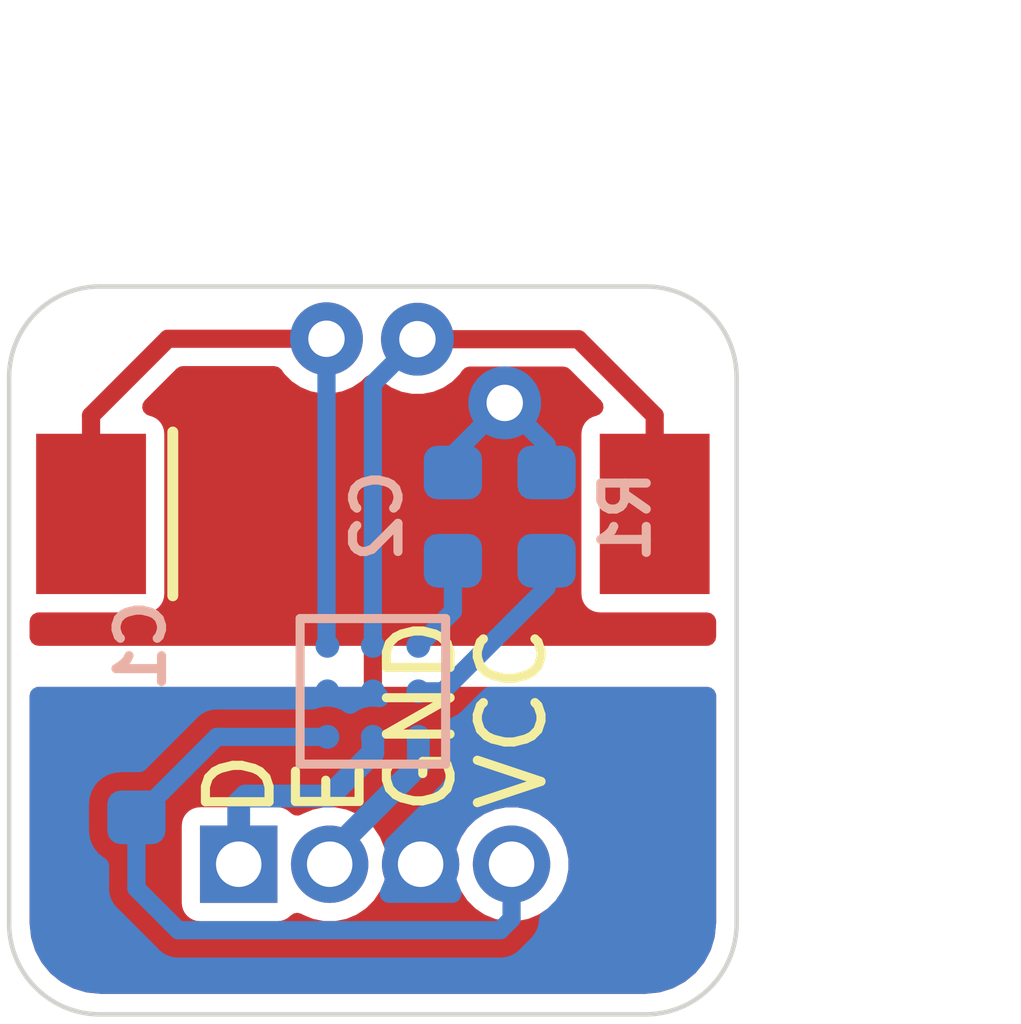
<source format=kicad_pcb>
(kicad_pcb (version 20171130) (host pcbnew "(5.1.5)-3")

  (general
    (thickness 1.6)
    (drawings 20)
    (tracks 39)
    (zones 0)
    (modules 6)
    (nets 9)
  )

  (page A4)
  (layers
    (0 F.Cu signal)
    (31 B.Cu signal)
    (32 B.Adhes user)
    (33 F.Adhes user)
    (34 B.Paste user)
    (35 F.Paste user)
    (36 B.SilkS user)
    (37 F.SilkS user)
    (38 B.Mask user)
    (39 F.Mask user)
    (40 Dwgs.User user)
    (41 Cmts.User user)
    (42 Eco1.User user)
    (43 Eco2.User user)
    (44 Edge.Cuts user)
    (45 Margin user)
    (46 B.CrtYd user)
    (47 F.CrtYd user)
    (48 B.Fab user hide)
    (49 F.Fab user hide)
  )

  (setup
    (last_trace_width 0.25)
    (user_trace_width 0.2)
    (trace_clearance 0.2)
    (zone_clearance 0.2)
    (zone_45_only no)
    (trace_min 0.2)
    (via_size 0.8)
    (via_drill 0.4)
    (via_min_size 0.4)
    (via_min_drill 0.3)
    (uvia_size 0.3)
    (uvia_drill 0.1)
    (uvias_allowed no)
    (uvia_min_size 0.2)
    (uvia_min_drill 0.1)
    (edge_width 0.05)
    (segment_width 0.1524)
    (pcb_text_width 0.3)
    (pcb_text_size 1.5 1.5)
    (mod_edge_width 0.12)
    (mod_text_size 1 1)
    (mod_text_width 0.15)
    (pad_size 1.524 1.524)
    (pad_drill 0.762)
    (pad_to_mask_clearance 0.051)
    (solder_mask_min_width 0.25)
    (aux_axis_origin 39.2 42.6)
    (visible_elements 7FFFFFFF)
    (pcbplotparams
      (layerselection 0x010fc_ffffffff)
      (usegerberextensions false)
      (usegerberattributes false)
      (usegerberadvancedattributes false)
      (creategerberjobfile false)
      (excludeedgelayer true)
      (linewidth 0.100000)
      (plotframeref false)
      (viasonmask false)
      (mode 1)
      (useauxorigin true)
      (hpglpennumber 1)
      (hpglpenspeed 20)
      (hpglpendiameter 15.000000)
      (psnegative false)
      (psa4output false)
      (plotreference true)
      (plotvalue true)
      (plotinvisibletext false)
      (padsonsilk false)
      (subtractmaskfromsilk false)
      (outputformat 1)
      (mirror false)
      (drillshape 0)
      (scaleselection 1)
      (outputdirectory "../Chiclet panel/"))
  )

  (net 0 "")
  (net 1 VCC)
  (net 2 GND)
  (net 3 "Net-(C2-Pad1)")
  (net 4 "Net-(D1-Pad1)")
  (net 5 "Net-(D1-Pad2)")
  (net 6 /D)
  (net 7 /E)
  (net 8 "Net-(R1-Pad1)")

  (net_class Default "This is the default net class."
    (clearance 0.2)
    (trace_width 0.25)
    (via_dia 0.8)
    (via_drill 0.4)
    (uvia_dia 0.3)
    (uvia_drill 0.1)
    (add_net /D)
    (add_net /E)
    (add_net GND)
    (add_net "Net-(C2-Pad1)")
    (add_net "Net-(D1-Pad1)")
    (add_net "Net-(D1-Pad2)")
    (add_net "Net-(R1-Pad1)")
    (add_net VCC)
  )

  (module VPW34S:VBPW34S (layer F.Cu) (tedit 6089C64C) (tstamp 6089DE7C)
    (at 43.2 45.1)
    (path /608A7CD3)
    (fp_text reference D1 (at 0 -0.1) (layer F.SilkS) hide
      (effects (font (size 1 1) (thickness 0.15)))
    )
    (fp_text value VBPW34S (at -0.1 3.5) (layer F.Fab)
      (effects (font (size 1 1) (thickness 0.15)))
    )
    (fp_line (start -2.1971 0.8509) (end -2.1971 -0.8509) (layer F.Fab) (width 0.1524))
    (fp_line (start -2.1971 -0.8509) (end -3.3528 -0.8509) (layer F.Fab) (width 0.1524))
    (fp_line (start -3.3528 -0.8509) (end -3.3528 0.8509) (layer F.Fab) (width 0.1524))
    (fp_line (start -3.3528 0.8509) (end -2.1971 0.8509) (layer F.Fab) (width 0.1524))
    (fp_line (start 2.1971 -0.8509) (end 2.1971 0.8509) (layer F.Fab) (width 0.1524))
    (fp_line (start 2.1971 0.8509) (end 3.3528 0.8509) (layer F.Fab) (width 0.1524))
    (fp_line (start 3.3528 0.8509) (end 3.3528 -0.8509) (layer F.Fab) (width 0.1524))
    (fp_line (start 3.3528 -0.8509) (end 2.1971 -0.8509) (layer F.Fab) (width 0.1524))
    (fp_line (start -2.1971 -1.09855) (end -1.09855 -2.1971) (layer F.Fab) (width 0.1524))
    (fp_line (start -2.1971 1.09855) (end -1.09855 2.1971) (layer F.Fab) (width 0.1524))
    (fp_line (start -2.1971 2.1971) (end 2.1971 2.1971) (layer F.Fab) (width 0.1524))
    (fp_line (start 2.1971 2.1971) (end 2.1971 -2.1971) (layer F.Fab) (width 0.1524))
    (fp_line (start 2.1971 -2.1971) (end -2.1971 -2.1971) (layer F.Fab) (width 0.1524))
    (fp_line (start -2.1971 -2.1971) (end -2.1971 2.1971) (layer F.Fab) (width 0.1524))
    (fp_line (start -3.956799 1.1349) (end -3.956799 -1.1349) (layer F.CrtYd) (width 0.1524))
    (fp_line (start -3.956799 -1.1349) (end -2.4511 -1.1349) (layer F.CrtYd) (width 0.1524))
    (fp_line (start -2.4511 -1.1349) (end -2.4511 -2.4511) (layer F.CrtYd) (width 0.1524))
    (fp_line (start -2.4511 -2.4511) (end 2.4511 -2.4511) (layer F.CrtYd) (width 0.1524))
    (fp_line (start 2.4511 -2.4511) (end 2.4511 -1.1349) (layer F.CrtYd) (width 0.1524))
    (fp_line (start 2.4511 -1.1349) (end 3.956799 -1.1349) (layer F.CrtYd) (width 0.1524))
    (fp_line (start 3.956799 -1.1349) (end 3.956799 1.1349) (layer F.CrtYd) (width 0.1524))
    (fp_line (start 3.956799 1.1349) (end 2.4511 1.1349) (layer F.CrtYd) (width 0.1524))
    (fp_line (start 2.4511 1.1349) (end 2.4511 2.4511) (layer F.CrtYd) (width 0.1524))
    (fp_line (start 2.4511 2.4511) (end -2.4511 2.4511) (layer F.CrtYd) (width 0.1524))
    (fp_line (start -2.4511 2.4511) (end -2.4511 1.1349) (layer F.CrtYd) (width 0.1524))
    (fp_line (start -2.4511 1.1349) (end -3.956799 1.1349) (layer F.CrtYd) (width 0.1524))
    (fp_line (start -2.2 -0.9) (end -2.2 0.9) (layer F.SilkS) (width 0.12))
    (pad 1 smd rect (at -3.0988 0) (size 1.207999 1.7618) (layers F.Cu F.Paste F.Mask)
      (net 4 "Net-(D1-Pad1)"))
    (pad 2 smd rect (at 3.0988 0) (size 1.207999 1.7618) (layers F.Cu F.Paste F.Mask)
      (net 5 "Net-(D1-Pad2)"))
    (model "D:/temp workspace/HTC_Vive_Sensors-master/ul_VBPW34S/STEP/VBPW34S.step"
      (at (xyz 0 0 0))
      (scale (xyz 1 1 1))
      (rotate (xyz 0 0 0))
    )
  )

  (module Connector_PinHeader_1.00mm:PinHeader_1x04_P1.00mm_Vertical (layer F.Cu) (tedit 6089C598) (tstamp 608A04D6)
    (at 41.725 48.95 90)
    (descr "Through hole straight pin header, 1x04, 1.00mm pitch, single row")
    (tags "Through hole pin header THT 1x04 1.00mm single row")
    (path /608AD7A7)
    (fp_text reference J1 (at 1.25 -0.125) (layer F.SilkS) hide
      (effects (font (size 1 1) (thickness 0.15)))
    )
    (fp_text value Conn_01x04 (at 0 4.56 90) (layer F.Fab)
      (effects (font (size 1 1) (thickness 0.15)))
    )
    (fp_line (start -0.3175 -0.5) (end 0.635 -0.5) (layer F.Fab) (width 0.1))
    (fp_line (start 0.635 -0.5) (end 0.635 3.5) (layer F.Fab) (width 0.1))
    (fp_line (start 0.635 3.5) (end -0.635 3.5) (layer F.Fab) (width 0.1))
    (fp_line (start -0.635 3.5) (end -0.635 -0.1825) (layer F.Fab) (width 0.1))
    (fp_line (start -0.635 -0.1825) (end -0.3175 -0.5) (layer F.Fab) (width 0.1))
    (fp_line (start -1.15 -1) (end -1.15 4) (layer F.CrtYd) (width 0.05))
    (fp_line (start -1.15 4) (end 1.15 4) (layer F.CrtYd) (width 0.05))
    (fp_line (start 1.15 4) (end 1.15 -1) (layer F.CrtYd) (width 0.05))
    (fp_line (start 1.15 -1) (end -1.15 -1) (layer F.CrtYd) (width 0.05))
    (fp_text user %R (at 0 1.5 180) (layer F.Fab)
      (effects (font (size 0.76 0.76) (thickness 0.114)))
    )
    (pad 1 thru_hole rect (at 0 0 90) (size 0.85 0.85) (drill 0.5) (layers *.Cu *.Mask)
      (net 6 /D))
    (pad 2 thru_hole oval (at 0 1 90) (size 0.85 0.85) (drill 0.5) (layers *.Cu *.Mask)
      (net 7 /E))
    (pad 3 thru_hole oval (at 0 2 90) (size 0.85 0.85) (drill 0.5) (layers *.Cu *.Mask)
      (net 2 GND))
    (pad 4 thru_hole oval (at 0 3 90) (size 0.85 0.85) (drill 0.5) (layers *.Cu *.Mask)
      (net 1 VCC))
  )

  (module Capacitor_SMD:C_0402_1005Metric (layer B.Cu) (tedit 5B301BBE) (tstamp 608A0731)
    (at 40.6 47.95 270)
    (descr "Capacitor SMD 0402 (1005 Metric), square (rectangular) end terminal, IPC_7351 nominal, (Body size source: http://www.tortai-tech.com/upload/download/2011102023233369053.pdf), generated with kicad-footprint-generator")
    (tags capacitor)
    (path /608A6F98)
    (attr smd)
    (fp_text reference C1 (at -1.4 -0.05 90) (layer B.SilkS)
      (effects (font (size 0.5 0.5) (thickness 0.1)) (justify mirror))
    )
    (fp_text value 0.1uF (at 0 -1.17 90) (layer B.Fab)
      (effects (font (size 1 1) (thickness 0.15)) (justify mirror))
    )
    (fp_text user %R (at 0 0 90) (layer B.Fab)
      (effects (font (size 0.25 0.25) (thickness 0.04)) (justify mirror))
    )
    (fp_line (start 0.93 -0.47) (end -0.93 -0.47) (layer B.CrtYd) (width 0.05))
    (fp_line (start 0.93 0.47) (end 0.93 -0.47) (layer B.CrtYd) (width 0.05))
    (fp_line (start -0.93 0.47) (end 0.93 0.47) (layer B.CrtYd) (width 0.05))
    (fp_line (start -0.93 -0.47) (end -0.93 0.47) (layer B.CrtYd) (width 0.05))
    (fp_line (start 0.5 -0.25) (end -0.5 -0.25) (layer B.Fab) (width 0.1))
    (fp_line (start 0.5 0.25) (end 0.5 -0.25) (layer B.Fab) (width 0.1))
    (fp_line (start -0.5 0.25) (end 0.5 0.25) (layer B.Fab) (width 0.1))
    (fp_line (start -0.5 -0.25) (end -0.5 0.25) (layer B.Fab) (width 0.1))
    (pad 2 smd roundrect (at 0.485 0 270) (size 0.59 0.64) (layers B.Cu B.Paste B.Mask) (roundrect_rratio 0.25)
      (net 1 VCC))
    (pad 1 smd roundrect (at -0.485 0 270) (size 0.59 0.64) (layers B.Cu B.Paste B.Mask) (roundrect_rratio 0.25)
      (net 2 GND))
    (model ${KISYS3DMOD}/Capacitor_SMD.3dshapes/C_0402_1005Metric.wrl
      (at (xyz 0 0 0))
      (scale (xyz 1 1 1))
      (rotate (xyz 0 0 0))
    )
  )

  (module Capacitor_SMD:C_0402_1005Metric (layer B.Cu) (tedit 5B301BBE) (tstamp 6089D566)
    (at 44.08 45.13 90)
    (descr "Capacitor SMD 0402 (1005 Metric), square (rectangular) end terminal, IPC_7351 nominal, (Body size source: http://www.tortai-tech.com/upload/download/2011102023233369053.pdf), generated with kicad-footprint-generator")
    (tags capacitor)
    (path /608A229F)
    (attr smd)
    (fp_text reference C2 (at 0.01 -0.83 90) (layer B.SilkS)
      (effects (font (size 0.5 0.5) (thickness 0.1)) (justify mirror))
    )
    (fp_text value 1uF (at 0 -1.17 90) (layer B.Fab)
      (effects (font (size 1 1) (thickness 0.15)) (justify mirror))
    )
    (fp_line (start -0.5 -0.25) (end -0.5 0.25) (layer B.Fab) (width 0.1))
    (fp_line (start -0.5 0.25) (end 0.5 0.25) (layer B.Fab) (width 0.1))
    (fp_line (start 0.5 0.25) (end 0.5 -0.25) (layer B.Fab) (width 0.1))
    (fp_line (start 0.5 -0.25) (end -0.5 -0.25) (layer B.Fab) (width 0.1))
    (fp_line (start -0.93 -0.47) (end -0.93 0.47) (layer B.CrtYd) (width 0.05))
    (fp_line (start -0.93 0.47) (end 0.93 0.47) (layer B.CrtYd) (width 0.05))
    (fp_line (start 0.93 0.47) (end 0.93 -0.47) (layer B.CrtYd) (width 0.05))
    (fp_line (start 0.93 -0.47) (end -0.93 -0.47) (layer B.CrtYd) (width 0.05))
    (fp_text user %R (at 0 0 90) (layer B.Fab)
      (effects (font (size 0.25 0.25) (thickness 0.04)) (justify mirror))
    )
    (pad 1 smd roundrect (at -0.485 0 90) (size 0.59 0.64) (layers B.Cu B.Paste B.Mask) (roundrect_rratio 0.25)
      (net 3 "Net-(C2-Pad1)"))
    (pad 2 smd roundrect (at 0.485 0 90) (size 0.59 0.64) (layers B.Cu B.Paste B.Mask) (roundrect_rratio 0.25)
      (net 2 GND))
    (model ${KISYS3DMOD}/Capacitor_SMD.3dshapes/C_0402_1005Metric.wrl
      (at (xyz 0 0 0))
      (scale (xyz 1 1 1))
      (rotate (xyz 0 0 0))
    )
  )

  (module Resistor_SMD:R_0402_1005Metric (layer B.Cu) (tedit 5B301BBD) (tstamp 608A0816)
    (at 45.11 45.13 90)
    (descr "Resistor SMD 0402 (1005 Metric), square (rectangular) end terminal, IPC_7351 nominal, (Body size source: http://www.tortai-tech.com/upload/download/2011102023233369053.pdf), generated with kicad-footprint-generator")
    (tags resistor)
    (path /608AA6FB)
    (attr smd)
    (fp_text reference R1 (at 0 0.87 270) (layer B.SilkS)
      (effects (font (size 0.5 0.5) (thickness 0.1)) (justify mirror))
    )
    (fp_text value 15K (at 0 -1.17 90) (layer B.Fab)
      (effects (font (size 1 1) (thickness 0.15)) (justify mirror))
    )
    (fp_line (start -0.5 -0.25) (end -0.5 0.25) (layer B.Fab) (width 0.1))
    (fp_line (start -0.5 0.25) (end 0.5 0.25) (layer B.Fab) (width 0.1))
    (fp_line (start 0.5 0.25) (end 0.5 -0.25) (layer B.Fab) (width 0.1))
    (fp_line (start 0.5 -0.25) (end -0.5 -0.25) (layer B.Fab) (width 0.1))
    (fp_line (start -0.93 -0.47) (end -0.93 0.47) (layer B.CrtYd) (width 0.05))
    (fp_line (start -0.93 0.47) (end 0.93 0.47) (layer B.CrtYd) (width 0.05))
    (fp_line (start 0.93 0.47) (end 0.93 -0.47) (layer B.CrtYd) (width 0.05))
    (fp_line (start 0.93 -0.47) (end -0.93 -0.47) (layer B.CrtYd) (width 0.05))
    (fp_text user %R (at 0 0 90) (layer B.Fab)
      (effects (font (size 0.25 0.25) (thickness 0.04)) (justify mirror))
    )
    (pad 1 smd roundrect (at -0.485 0 90) (size 0.59 0.64) (layers B.Cu B.Paste B.Mask) (roundrect_rratio 0.25)
      (net 8 "Net-(R1-Pad1)"))
    (pad 2 smd roundrect (at 0.485 0 90) (size 0.59 0.64) (layers B.Cu B.Paste B.Mask) (roundrect_rratio 0.25)
      (net 2 GND))
    (model ${KISYS3DMOD}/Resistor_SMD.3dshapes/R_0402_1005Metric.wrl
      (at (xyz 0 0 0))
      (scale (xyz 1 1 1))
      (rotate (xyz 0 0 0))
    )
  )

  (module TS4231:TS4231 (layer B.Cu) (tedit 6089AD82) (tstamp 6089D5F0)
    (at 43.2 47.05 180)
    (path /6089FF8D)
    (fp_text reference SD1 (at 0.3 1.6) (layer B.SilkS) hide
      (effects (font (size 1 1) (thickness 0.15)) (justify mirror))
    )
    (fp_text value TS4231 (at 0.2 -1.8) (layer B.Fab)
      (effects (font (size 1 1) (thickness 0.15)) (justify mirror))
    )
    (fp_line (start -0.8 0.8) (end 0.8 0.8) (layer B.SilkS) (width 0.1))
    (fp_line (start 0.8 0.8) (end 0.8 -0.8) (layer B.SilkS) (width 0.1))
    (fp_line (start 0.8 -0.8) (end -0.8 -0.8) (layer B.SilkS) (width 0.1))
    (fp_line (start -0.8 -0.8) (end -0.8 0.8) (layer B.SilkS) (width 0.1))
    (pad B2 smd circle (at 0 0 180) (size 0.262 0.262) (layers B.Cu B.Paste B.Mask)
      (net 2 GND))
    (pad A2 smd circle (at 0 0.5 180) (size 0.262 0.262) (layers B.Cu B.Paste B.Mask)
      (net 5 "Net-(D1-Pad2)"))
    (pad A1 smd circle (at -0.5 0.5 180) (size 0.262 0.262) (layers B.Cu B.Paste B.Mask)
      (net 3 "Net-(C2-Pad1)"))
    (pad A3 smd circle (at 0.5 0.5 180) (size 0.262 0.262) (layers B.Cu B.Paste B.Mask)
      (net 4 "Net-(D1-Pad1)"))
    (pad B3 smd circle (at 0.5 0 180) (size 0.262 0.262) (layers B.Cu B.Paste B.Mask)
      (net 2 GND))
    (pad B1 smd circle (at -0.5 0 180) (size 0.262 0.262) (layers B.Cu B.Paste B.Mask)
      (net 8 "Net-(R1-Pad1)"))
    (pad C1 smd circle (at -0.5 -0.5 180) (size 0.262 0.262) (layers B.Cu B.Paste B.Mask)
      (net 7 /E))
    (pad C2 smd circle (at 0 -0.5 180) (size 0.262 0.262) (layers B.Cu B.Paste B.Mask)
      (net 6 /D))
    (pad C3 smd circle (at 0.5 -0.5 180) (size 0.262 0.262) (layers B.Cu B.Paste B.Mask)
      (net 1 VCC))
    (model "D:/temp workspace/HTC_Vive_Sensors-master/TS4231/TS4231.step"
      (offset (xyz -0.83 0.83 0))
      (scale (xyz 1 1 1))
      (rotate (xyz -90 0 0))
    )
  )

  (gr_text VCC (at 44.73 47.34 90) (layer F.SilkS)
    (effects (font (size 0.7 0.7) (thickness 0.1)))
  )
  (gr_text GND (at 43.73 47.32 90) (layer F.SilkS)
    (effects (font (size 0.7 0.7) (thickness 0.1)))
  )
  (gr_text E (at 42.73 48.11 90) (layer F.SilkS)
    (effects (font (size 0.7 0.7) (thickness 0.1)))
  )
  (gr_text D (at 41.74 48.08 90) (layer F.SilkS)
    (effects (font (size 0.7 0.7) (thickness 0.1)))
  )
  (gr_text "8.00 mm" (at 43.2 40.3) (layer Cmts.User)
    (effects (font (size 1 1) (thickness 0.15)))
  )
  (gr_line (start 47.2 41.05) (end 39.2 41.05) (layer Cmts.User) (width 0.1) (tstamp 608A1337))
  (gr_line (start 47.2 43.6) (end 47.2 41.05) (layer Cmts.User) (width 0.1))
  (gr_line (start 39.2 43.6) (end 39.2 41.05) (layer Cmts.User) (width 0.1))
  (gr_text "8.00 mm\n" (at 49.5 46.8 270) (layer Cmts.User)
    (effects (font (size 1 1) (thickness 0.15)))
  )
  (gr_line (start 48.75 50.6) (end 46.2 50.6) (layer Cmts.User) (width 0.1))
  (gr_line (start 48.75 42.6) (end 48.75 50.6) (layer Cmts.User) (width 0.1))
  (gr_line (start 46.2 42.6) (end 48.75 42.6) (layer Cmts.User) (width 0.1))
  (gr_arc (start 46.2 49.6) (end 46.2 50.6) (angle -90) (layer Edge.Cuts) (width 0.05))
  (gr_arc (start 40.2 49.6) (end 39.2 49.6) (angle -90) (layer Edge.Cuts) (width 0.05))
  (gr_arc (start 40.2 43.6) (end 40.2 42.6) (angle -90) (layer Edge.Cuts) (width 0.05))
  (gr_arc (start 46.2 43.6) (end 47.2 43.6) (angle -90) (layer Edge.Cuts) (width 0.05))
  (gr_line (start 46.2 50.6) (end 40.2 50.6) (layer Edge.Cuts) (width 0.05) (tstamp 608A0A00))
  (gr_line (start 47.2 43.6) (end 47.2 49.6) (layer Edge.Cuts) (width 0.05))
  (gr_line (start 40.2 42.6) (end 46.2 42.6) (layer Edge.Cuts) (width 0.05))
  (gr_line (start 39.2 43.6) (end 39.2 49.6) (layer Edge.Cuts) (width 0.05))

  (segment (start 44.601039 49.675001) (end 44.725 49.55104) (width 0.2) (layer B.Cu) (net 1))
  (segment (start 41.059999 49.675001) (end 44.601039 49.675001) (width 0.2) (layer B.Cu) (net 1))
  (segment (start 44.725 49.55104) (end 44.725 48.95) (width 0.2) (layer B.Cu) (net 1))
  (segment (start 40.6 49.215002) (end 41.059999 49.675001) (width 0.2) (layer B.Cu) (net 1))
  (segment (start 40.6 48.435) (end 40.6 49.215002) (width 0.2) (layer B.Cu) (net 1))
  (segment (start 41.485 47.55) (end 40.6 48.435) (width 0.2) (layer B.Cu) (net 1))
  (segment (start 42.7 47.55) (end 41.485 47.55) (width 0.2) (layer B.Cu) (net 1))
  (segment (start 43.2 47.15) (end 43.2 46.4) (width 0.2) (layer F.Cu) (net 2))
  (via (at 44.65 43.88) (size 0.8) (drill 0.4) (layers F.Cu B.Cu) (net 2))
  (segment (start 44.08 44.645) (end 44.08 44.45) (width 0.2) (layer B.Cu) (net 2))
  (segment (start 44.08 44.45) (end 44.65 43.88) (width 0.2) (layer B.Cu) (net 2))
  (segment (start 45.11 44.34) (end 44.65 43.88) (width 0.2) (layer B.Cu) (net 2))
  (segment (start 45.11 44.645) (end 45.11 44.34) (width 0.2) (layer B.Cu) (net 2))
  (segment (start 44.08 46.17) (end 43.7 46.55) (width 0.2) (layer B.Cu) (net 3))
  (segment (start 44.08 45.615) (end 44.08 46.17) (width 0.2) (layer B.Cu) (net 3))
  (via (at 42.690011 43.175) (size 0.8) (drill 0.4) (layers F.Cu B.Cu) (net 4))
  (segment (start 40.9453 43.175) (end 42.690011 43.175) (width 0.2) (layer F.Cu) (net 4))
  (segment (start 40.1012 45.1) (end 40.1012 44.0191) (width 0.2) (layer F.Cu) (net 4))
  (segment (start 40.1012 44.0191) (end 40.9453 43.175) (width 0.2) (layer F.Cu) (net 4))
  (segment (start 42.690011 46.540011) (end 42.7 46.55) (width 0.2) (layer B.Cu) (net 4))
  (segment (start 42.690011 43.175) (end 42.690011 46.540011) (width 0.2) (layer B.Cu) (net 4))
  (via (at 43.69 43.18) (size 0.8) (drill 0.4) (layers F.Cu B.Cu) (net 5))
  (segment (start 45.4597 43.18) (end 43.69 43.18) (width 0.2) (layer F.Cu) (net 5))
  (segment (start 46.2988 45.1) (end 46.2988 44.0191) (width 0.2) (layer F.Cu) (net 5))
  (segment (start 46.2988 44.0191) (end 45.4597 43.18) (width 0.2) (layer F.Cu) (net 5))
  (segment (start 43.2 43.67) (end 43.2 46.55) (width 0.2) (layer B.Cu) (net 5))
  (segment (start 43.69 43.18) (end 43.2 43.67) (width 0.2) (layer B.Cu) (net 5))
  (segment (start 41.725 48.275) (end 41.725 48.95) (width 0.25) (layer B.Cu) (net 6) (tstamp 608A2414))
  (segment (start 42.724883 48.199999) (end 41.800001 48.199999) (width 0.25) (layer B.Cu) (net 6))
  (segment (start 43.2 47.724882) (end 42.724883 48.199999) (width 0.25) (layer B.Cu) (net 6))
  (segment (start 41.800001 48.199999) (end 41.725 48.275) (width 0.25) (layer B.Cu) (net 6))
  (segment (start 43.2 47.55) (end 43.2 47.724882) (width 0.25) (layer B.Cu) (net 6))
  (segment (start 42.725 48.839998) (end 42.725 48.95) (width 0.25) (layer B.Cu) (net 7))
  (segment (start 43.7 47.55) (end 43.7 47.864998) (width 0.25) (layer B.Cu) (net 7))
  (segment (start 43.7 47.864998) (end 42.725 48.839998) (width 0.25) (layer B.Cu) (net 7))
  (segment (start 43.97 47.05) (end 43.885261 47.05) (width 0.2) (layer B.Cu) (net 8))
  (segment (start 43.885261 47.05) (end 43.7 47.05) (width 0.2) (layer B.Cu) (net 8))
  (segment (start 45.11 45.91) (end 43.97 47.05) (width 0.2) (layer B.Cu) (net 8))
  (segment (start 45.11 45.615) (end 45.11 45.91) (width 0.2) (layer B.Cu) (net 8))

  (zone (net 2) (net_name GND) (layer F.Cu) (tstamp 608A813A) (hatch edge 0.508)
    (connect_pads yes (clearance 0.2))
    (min_thickness 0.2)
    (fill yes (arc_segments 32) (thermal_gap 0.508) (thermal_bridge_width 0.508))
    (polygon
      (pts
        (xy 47.3 50.725) (xy 39.1 50.65) (xy 39.1 47) (xy 47.3 47)
      )
    )
    (filled_polygon
      (pts
        (xy 46.875001 49.584094) (xy 46.860616 49.730805) (xy 46.822627 49.856629) (xy 46.760924 49.972675) (xy 46.677853 50.074531)
        (xy 46.576586 50.158307) (xy 46.460973 50.220819) (xy 46.33541 50.259687) (xy 46.189716 50.275) (xy 40.215896 50.275)
        (xy 40.069195 50.260616) (xy 39.943371 50.222627) (xy 39.827325 50.160924) (xy 39.725469 50.077853) (xy 39.641693 49.976586)
        (xy 39.579181 49.860973) (xy 39.540313 49.73541) (xy 39.525 49.589716) (xy 39.525 48.525) (xy 40.998549 48.525)
        (xy 40.998549 49.375) (xy 41.004341 49.43381) (xy 41.021496 49.49036) (xy 41.049353 49.542477) (xy 41.086842 49.588158)
        (xy 41.132523 49.625647) (xy 41.18464 49.653504) (xy 41.24119 49.670659) (xy 41.3 49.676451) (xy 42.15 49.676451)
        (xy 42.20881 49.670659) (xy 42.26536 49.653504) (xy 42.317477 49.625647) (xy 42.363158 49.588158) (xy 42.367389 49.583002)
        (xy 42.381584 49.592487) (xy 42.513525 49.647139) (xy 42.653594 49.675) (xy 42.796406 49.675) (xy 42.936475 49.647139)
        (xy 43.068416 49.592487) (xy 43.187161 49.513144) (xy 43.288144 49.412161) (xy 43.367487 49.293416) (xy 43.422139 49.161475)
        (xy 43.45 49.021406) (xy 43.45 48.878594) (xy 44 48.878594) (xy 44 49.021406) (xy 44.027861 49.161475)
        (xy 44.082513 49.293416) (xy 44.161856 49.412161) (xy 44.262839 49.513144) (xy 44.381584 49.592487) (xy 44.513525 49.647139)
        (xy 44.653594 49.675) (xy 44.796406 49.675) (xy 44.936475 49.647139) (xy 45.068416 49.592487) (xy 45.187161 49.513144)
        (xy 45.288144 49.412161) (xy 45.367487 49.293416) (xy 45.422139 49.161475) (xy 45.45 49.021406) (xy 45.45 48.878594)
        (xy 45.422139 48.738525) (xy 45.367487 48.606584) (xy 45.288144 48.487839) (xy 45.187161 48.386856) (xy 45.068416 48.307513)
        (xy 44.936475 48.252861) (xy 44.796406 48.225) (xy 44.653594 48.225) (xy 44.513525 48.252861) (xy 44.381584 48.307513)
        (xy 44.262839 48.386856) (xy 44.161856 48.487839) (xy 44.082513 48.606584) (xy 44.027861 48.738525) (xy 44 48.878594)
        (xy 43.45 48.878594) (xy 43.422139 48.738525) (xy 43.367487 48.606584) (xy 43.288144 48.487839) (xy 43.187161 48.386856)
        (xy 43.068416 48.307513) (xy 42.936475 48.252861) (xy 42.796406 48.225) (xy 42.653594 48.225) (xy 42.513525 48.252861)
        (xy 42.381584 48.307513) (xy 42.367389 48.316998) (xy 42.363158 48.311842) (xy 42.317477 48.274353) (xy 42.26536 48.246496)
        (xy 42.20881 48.229341) (xy 42.15 48.223549) (xy 41.3 48.223549) (xy 41.24119 48.229341) (xy 41.18464 48.246496)
        (xy 41.132523 48.274353) (xy 41.086842 48.311842) (xy 41.049353 48.357523) (xy 41.021496 48.40964) (xy 41.004341 48.46619)
        (xy 40.998549 48.525) (xy 39.525 48.525) (xy 39.525 47.1) (xy 46.875001 47.1)
      )
    )
  )
  (zone (net 2) (net_name GND) (layer B.Cu) (tstamp 608A8137) (hatch edge 0.508)
    (connect_pads yes (clearance 0.2))
    (min_thickness 0.2)
    (fill yes (arc_segments 32) (thermal_gap 0.508) (thermal_bridge_width 0.508))
    (polygon
      (pts
        (xy 47.3 50.7) (xy 39.1 50.65) (xy 39.1 47) (xy 47.3 47)
      )
    )
    (filled_polygon
      (pts
        (xy 43.275592 47.125592) (xy 43.24245 47.119) (xy 43.15755 47.119) (xy 43.074282 47.135563) (xy 42.995845 47.168053)
        (xy 42.95 47.198686) (xy 42.904155 47.168053) (xy 42.825718 47.135563) (xy 42.74245 47.119) (xy 42.65755 47.119)
        (xy 42.574282 47.135563) (xy 42.539428 47.15) (xy 41.504646 47.15) (xy 41.484999 47.148065) (xy 41.465353 47.15)
        (xy 41.406586 47.155788) (xy 41.331186 47.17866) (xy 41.284127 47.203814) (xy 41.261697 47.215803) (xy 41.216049 47.253265)
        (xy 41.216047 47.253267) (xy 41.200789 47.265789) (xy 41.188267 47.281047) (xy 40.630766 47.838549) (xy 40.4275 47.838549)
        (xy 40.339914 47.847175) (xy 40.255694 47.872723) (xy 40.178076 47.914211) (xy 40.110044 47.970044) (xy 40.054211 48.038076)
        (xy 40.012723 48.115694) (xy 39.987175 48.199914) (xy 39.978549 48.2875) (xy 39.978549 48.5825) (xy 39.987175 48.670086)
        (xy 40.012723 48.754306) (xy 40.054211 48.831924) (xy 40.110044 48.899956) (xy 40.178076 48.955789) (xy 40.200001 48.967508)
        (xy 40.200001 49.195346) (xy 40.198065 49.215002) (xy 40.205788 49.293415) (xy 40.228661 49.368816) (xy 40.265803 49.438304)
        (xy 40.303265 49.483952) (xy 40.303268 49.483955) (xy 40.31579 49.499213) (xy 40.331047 49.511734) (xy 40.763266 49.943954)
        (xy 40.775788 49.959212) (xy 40.791046 49.971734) (xy 40.791048 49.971736) (xy 40.836696 50.009198) (xy 40.906185 50.046341)
        (xy 40.981585 50.069213) (xy 41.059999 50.076936) (xy 41.079646 50.075001) (xy 44.581393 50.075001) (xy 44.601039 50.076936)
        (xy 44.620685 50.075001) (xy 44.620686 50.075001) (xy 44.679453 50.069213) (xy 44.754853 50.046341) (xy 44.824342 50.009198)
        (xy 44.88525 49.959212) (xy 44.897776 49.943949) (xy 44.993949 49.847776) (xy 45.009211 49.835251) (xy 45.059197 49.774343)
        (xy 45.09634 49.704854) (xy 45.119212 49.629454) (xy 45.125 49.570687) (xy 45.125 49.570677) (xy 45.126687 49.553552)
        (xy 45.187161 49.513144) (xy 45.288144 49.412161) (xy 45.367487 49.293416) (xy 45.422139 49.161475) (xy 45.45 49.021406)
        (xy 45.45 48.878594) (xy 45.422139 48.738525) (xy 45.367487 48.606584) (xy 45.288144 48.487839) (xy 45.187161 48.386856)
        (xy 45.068416 48.307513) (xy 44.936475 48.252861) (xy 44.796406 48.225) (xy 44.653594 48.225) (xy 44.513525 48.252861)
        (xy 44.381584 48.307513) (xy 44.262839 48.386856) (xy 44.161856 48.487839) (xy 44.082513 48.606584) (xy 44.027861 48.738525)
        (xy 44 48.878594) (xy 44 49.021406) (xy 44.027861 49.161475) (xy 44.074885 49.275001) (xy 43.375115 49.275001)
        (xy 43.422139 49.161475) (xy 43.45 49.021406) (xy 43.45 48.878594) (xy 43.423031 48.743008) (xy 43.985762 48.180277)
        (xy 44.001974 48.166972) (xy 44.055084 48.102258) (xy 44.094548 48.028425) (xy 44.11885 47.948312) (xy 44.125 47.885872)
        (xy 44.125 47.885866) (xy 44.127055 47.864999) (xy 44.125 47.844132) (xy 44.125 47.622614) (xy 44.131 47.59245)
        (xy 44.131 47.50755) (xy 44.114437 47.424282) (xy 44.114401 47.424195) (xy 44.123814 47.42134) (xy 44.193303 47.384197)
        (xy 44.254211 47.334211) (xy 44.266737 47.318948) (xy 44.485685 47.1) (xy 46.875001 47.1) (xy 46.875001 49.584094)
        (xy 46.860616 49.730805) (xy 46.822627 49.856629) (xy 46.760924 49.972675) (xy 46.677853 50.074531) (xy 46.576586 50.158307)
        (xy 46.460973 50.220819) (xy 46.33541 50.259687) (xy 46.189716 50.275) (xy 40.215896 50.275) (xy 40.069195 50.260616)
        (xy 39.943371 50.222627) (xy 39.827325 50.160924) (xy 39.725469 50.077853) (xy 39.641693 49.976586) (xy 39.579181 49.860973)
        (xy 39.540313 49.73541) (xy 39.525 49.589716) (xy 39.525 47.1) (xy 43.270502 47.1)
      )
    )
  )
  (zone (net 2) (net_name GND) (layer F.Cu) (tstamp 608A8134) (hatch edge 0.508)
    (connect_pads yes (clearance 0.2))
    (min_thickness 0.2)
    (fill yes (arc_segments 32) (thermal_gap 0.508) (thermal_bridge_width 0.508))
    (polygon
      (pts
        (xy 47.25 46.55) (xy 39.15 46.55) (xy 39.15 42.55) (xy 47.25 42.55)
      )
    )
    (filled_polygon
      (pts
        (xy 42.146285 43.621224) (xy 42.243787 43.718726) (xy 42.358437 43.795332) (xy 42.485829 43.848099) (xy 42.621067 43.875)
        (xy 42.758955 43.875) (xy 42.894193 43.848099) (xy 43.021585 43.795332) (xy 43.136235 43.718726) (xy 43.187506 43.667456)
        (xy 43.243776 43.723726) (xy 43.358426 43.800332) (xy 43.485818 43.853099) (xy 43.621056 43.88) (xy 43.758944 43.88)
        (xy 43.894182 43.853099) (xy 44.021574 43.800332) (xy 44.136224 43.723726) (xy 44.233726 43.626224) (xy 44.264612 43.58)
        (xy 45.294015 43.58) (xy 45.637325 43.92331) (xy 45.635991 43.923441) (xy 45.579441 43.940596) (xy 45.527324 43.968453)
        (xy 45.481643 44.005942) (xy 45.444154 44.051623) (xy 45.416297 44.10374) (xy 45.399142 44.16029) (xy 45.39335 44.2191)
        (xy 45.39335 45.9809) (xy 45.399142 46.03971) (xy 45.416297 46.09626) (xy 45.444154 46.148377) (xy 45.481643 46.194058)
        (xy 45.527324 46.231547) (xy 45.579441 46.259404) (xy 45.635991 46.276559) (xy 45.694801 46.282351) (xy 46.875 46.282351)
        (xy 46.875 46.45) (xy 39.525 46.45) (xy 39.525 46.282351) (xy 40.705199 46.282351) (xy 40.764009 46.276559)
        (xy 40.820559 46.259404) (xy 40.872676 46.231547) (xy 40.918357 46.194058) (xy 40.955846 46.148377) (xy 40.983703 46.09626)
        (xy 41.000858 46.03971) (xy 41.00665 45.9809) (xy 41.00665 44.2191) (xy 41.000858 44.16029) (xy 40.983703 44.10374)
        (xy 40.955846 44.051623) (xy 40.918357 44.005942) (xy 40.872676 43.968453) (xy 40.820559 43.940596) (xy 40.764009 43.923441)
        (xy 40.762675 43.92331) (xy 41.110985 43.575) (xy 42.115399 43.575)
      )
    )
  )
)

</source>
